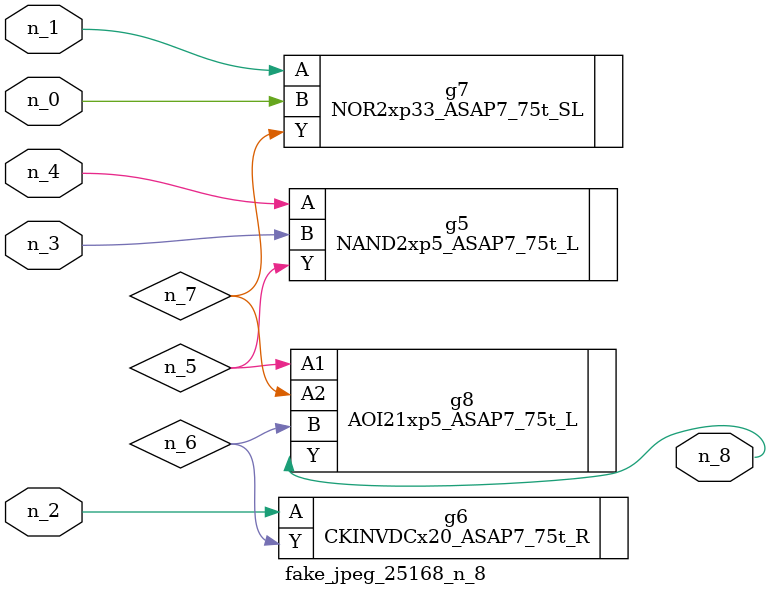
<source format=v>
module fake_jpeg_25168_n_8 (n_3, n_2, n_1, n_0, n_4, n_8);

input n_3;
input n_2;
input n_1;
input n_0;
input n_4;

output n_8;

wire n_6;
wire n_5;
wire n_7;

NAND2xp5_ASAP7_75t_L g5 ( 
.A(n_4),
.B(n_3),
.Y(n_5)
);

CKINVDCx20_ASAP7_75t_R g6 ( 
.A(n_2),
.Y(n_6)
);

NOR2xp33_ASAP7_75t_SL g7 ( 
.A(n_1),
.B(n_0),
.Y(n_7)
);

AOI21xp5_ASAP7_75t_L g8 ( 
.A1(n_5),
.A2(n_7),
.B(n_6),
.Y(n_8)
);


endmodule
</source>
